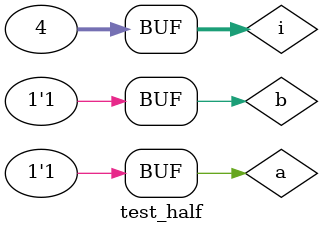
<source format=v>
module half_adder(a,b,sum,cout);
  input a,b;
  output reg  sum,cout;
  
  xor x1(sum,a,b);
  and a1(cout,a,b);
  
//   always @*begin 
//     sum = a^b;
//     cout = a&b;
//   end 
endmodule 

module test_half;
  reg a,b ;
  wire sum, cout ;
  integer i;
  
  half_adder u0(a,b,sum,cout );
  
  initial begin 
    for(i=0;i<=3;i=i+1) begin
        {a,b}=i;
      #10;
    end 
  end
    initial begin
      $monitor("a=%b,b=%b,sum=%b,cout=%b",a,b,sum,cout);
    end 
endmodule 

</source>
